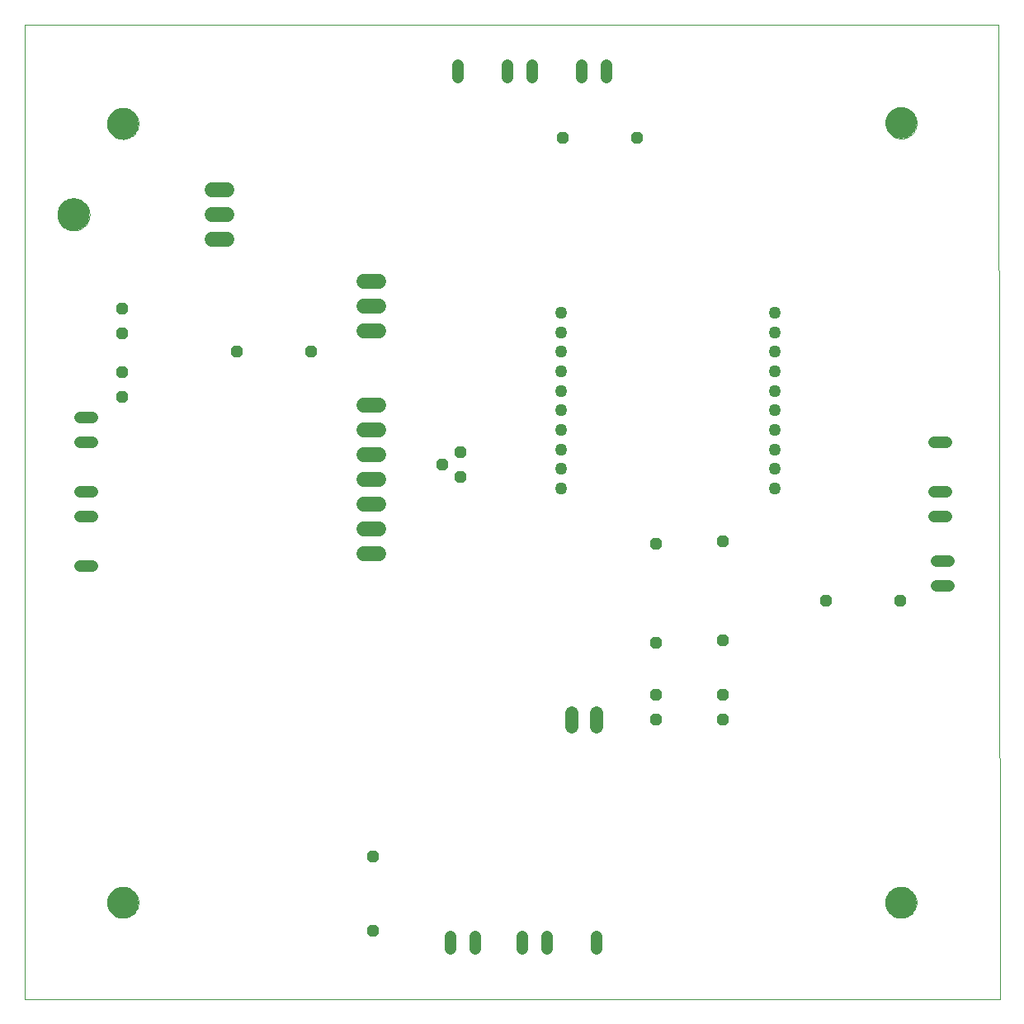
<source format=gbs>
G75*
%MOIN*%
%OFA0B0*%
%FSLAX24Y24*%
%IPPOS*%
%LPD*%
%AMOC8*
5,1,8,0,0,1.08239X$1,22.5*
%
%ADD10C,0.0000*%
%ADD11C,0.1260*%
%ADD12C,0.0480*%
%ADD13C,0.0540*%
%ADD14OC8,0.0480*%
%ADD15C,0.0600*%
%ADD16C,0.0500*%
%ADD17C,0.1300*%
D10*
X000100Y000100D02*
X000100Y039496D01*
X039464Y039496D01*
X039503Y000100D01*
X000100Y000100D01*
X003445Y004029D02*
X003447Y004079D01*
X003453Y004129D01*
X003463Y004178D01*
X003477Y004226D01*
X003494Y004273D01*
X003515Y004318D01*
X003540Y004362D01*
X003568Y004403D01*
X003600Y004442D01*
X003634Y004479D01*
X003671Y004513D01*
X003711Y004543D01*
X003753Y004570D01*
X003797Y004594D01*
X003843Y004615D01*
X003890Y004631D01*
X003938Y004644D01*
X003988Y004653D01*
X004037Y004658D01*
X004088Y004659D01*
X004138Y004656D01*
X004187Y004649D01*
X004236Y004638D01*
X004284Y004623D01*
X004330Y004605D01*
X004375Y004583D01*
X004418Y004557D01*
X004459Y004528D01*
X004498Y004496D01*
X004534Y004461D01*
X004566Y004423D01*
X004596Y004383D01*
X004623Y004340D01*
X004646Y004296D01*
X004665Y004250D01*
X004681Y004202D01*
X004693Y004153D01*
X004701Y004104D01*
X004705Y004054D01*
X004705Y004004D01*
X004701Y003954D01*
X004693Y003905D01*
X004681Y003856D01*
X004665Y003808D01*
X004646Y003762D01*
X004623Y003718D01*
X004596Y003675D01*
X004566Y003635D01*
X004534Y003597D01*
X004498Y003562D01*
X004459Y003530D01*
X004418Y003501D01*
X004375Y003475D01*
X004330Y003453D01*
X004284Y003435D01*
X004236Y003420D01*
X004187Y003409D01*
X004138Y003402D01*
X004088Y003399D01*
X004037Y003400D01*
X003988Y003405D01*
X003938Y003414D01*
X003890Y003427D01*
X003843Y003443D01*
X003797Y003464D01*
X003753Y003488D01*
X003711Y003515D01*
X003671Y003545D01*
X003634Y003579D01*
X003600Y003616D01*
X003568Y003655D01*
X003540Y003696D01*
X003515Y003740D01*
X003494Y003785D01*
X003477Y003832D01*
X003463Y003880D01*
X003453Y003929D01*
X003447Y003979D01*
X003445Y004029D01*
X001435Y031818D02*
X001437Y031868D01*
X001443Y031918D01*
X001453Y031968D01*
X001466Y032016D01*
X001483Y032064D01*
X001504Y032110D01*
X001528Y032154D01*
X001556Y032196D01*
X001587Y032236D01*
X001621Y032273D01*
X001658Y032308D01*
X001697Y032339D01*
X001738Y032368D01*
X001782Y032393D01*
X001828Y032415D01*
X001875Y032433D01*
X001923Y032447D01*
X001972Y032458D01*
X002022Y032465D01*
X002072Y032468D01*
X002123Y032467D01*
X002173Y032462D01*
X002223Y032453D01*
X002271Y032441D01*
X002319Y032424D01*
X002365Y032404D01*
X002410Y032381D01*
X002453Y032354D01*
X002493Y032324D01*
X002531Y032291D01*
X002566Y032255D01*
X002599Y032216D01*
X002628Y032175D01*
X002654Y032132D01*
X002677Y032087D01*
X002696Y032040D01*
X002711Y031992D01*
X002723Y031943D01*
X002731Y031893D01*
X002735Y031843D01*
X002735Y031793D01*
X002731Y031743D01*
X002723Y031693D01*
X002711Y031644D01*
X002696Y031596D01*
X002677Y031549D01*
X002654Y031504D01*
X002628Y031461D01*
X002599Y031420D01*
X002566Y031381D01*
X002531Y031345D01*
X002493Y031312D01*
X002453Y031282D01*
X002410Y031255D01*
X002365Y031232D01*
X002319Y031212D01*
X002271Y031195D01*
X002223Y031183D01*
X002173Y031174D01*
X002123Y031169D01*
X002072Y031168D01*
X002022Y031171D01*
X001972Y031178D01*
X001923Y031189D01*
X001875Y031203D01*
X001828Y031221D01*
X001782Y031243D01*
X001738Y031268D01*
X001697Y031297D01*
X001658Y031328D01*
X001621Y031363D01*
X001587Y031400D01*
X001556Y031440D01*
X001528Y031482D01*
X001504Y031526D01*
X001483Y031572D01*
X001466Y031620D01*
X001453Y031668D01*
X001443Y031718D01*
X001437Y031768D01*
X001435Y031818D01*
X003446Y035494D02*
X003448Y035544D01*
X003454Y035594D01*
X003464Y035643D01*
X003478Y035691D01*
X003495Y035738D01*
X003516Y035783D01*
X003541Y035827D01*
X003569Y035868D01*
X003601Y035907D01*
X003635Y035944D01*
X003672Y035978D01*
X003712Y036008D01*
X003754Y036035D01*
X003798Y036059D01*
X003844Y036080D01*
X003891Y036096D01*
X003939Y036109D01*
X003989Y036118D01*
X004038Y036123D01*
X004089Y036124D01*
X004139Y036121D01*
X004188Y036114D01*
X004237Y036103D01*
X004285Y036088D01*
X004331Y036070D01*
X004376Y036048D01*
X004419Y036022D01*
X004460Y035993D01*
X004499Y035961D01*
X004535Y035926D01*
X004567Y035888D01*
X004597Y035848D01*
X004624Y035805D01*
X004647Y035761D01*
X004666Y035715D01*
X004682Y035667D01*
X004694Y035618D01*
X004702Y035569D01*
X004706Y035519D01*
X004706Y035469D01*
X004702Y035419D01*
X004694Y035370D01*
X004682Y035321D01*
X004666Y035273D01*
X004647Y035227D01*
X004624Y035183D01*
X004597Y035140D01*
X004567Y035100D01*
X004535Y035062D01*
X004499Y035027D01*
X004460Y034995D01*
X004419Y034966D01*
X004376Y034940D01*
X004331Y034918D01*
X004285Y034900D01*
X004237Y034885D01*
X004188Y034874D01*
X004139Y034867D01*
X004089Y034864D01*
X004038Y034865D01*
X003989Y034870D01*
X003939Y034879D01*
X003891Y034892D01*
X003844Y034908D01*
X003798Y034929D01*
X003754Y034953D01*
X003712Y034980D01*
X003672Y035010D01*
X003635Y035044D01*
X003601Y035081D01*
X003569Y035120D01*
X003541Y035161D01*
X003516Y035205D01*
X003495Y035250D01*
X003478Y035297D01*
X003464Y035345D01*
X003454Y035394D01*
X003448Y035444D01*
X003446Y035494D01*
X034883Y035517D02*
X034885Y035567D01*
X034891Y035617D01*
X034901Y035666D01*
X034915Y035714D01*
X034932Y035761D01*
X034953Y035806D01*
X034978Y035850D01*
X035006Y035891D01*
X035038Y035930D01*
X035072Y035967D01*
X035109Y036001D01*
X035149Y036031D01*
X035191Y036058D01*
X035235Y036082D01*
X035281Y036103D01*
X035328Y036119D01*
X035376Y036132D01*
X035426Y036141D01*
X035475Y036146D01*
X035526Y036147D01*
X035576Y036144D01*
X035625Y036137D01*
X035674Y036126D01*
X035722Y036111D01*
X035768Y036093D01*
X035813Y036071D01*
X035856Y036045D01*
X035897Y036016D01*
X035936Y035984D01*
X035972Y035949D01*
X036004Y035911D01*
X036034Y035871D01*
X036061Y035828D01*
X036084Y035784D01*
X036103Y035738D01*
X036119Y035690D01*
X036131Y035641D01*
X036139Y035592D01*
X036143Y035542D01*
X036143Y035492D01*
X036139Y035442D01*
X036131Y035393D01*
X036119Y035344D01*
X036103Y035296D01*
X036084Y035250D01*
X036061Y035206D01*
X036034Y035163D01*
X036004Y035123D01*
X035972Y035085D01*
X035936Y035050D01*
X035897Y035018D01*
X035856Y034989D01*
X035813Y034963D01*
X035768Y034941D01*
X035722Y034923D01*
X035674Y034908D01*
X035625Y034897D01*
X035576Y034890D01*
X035526Y034887D01*
X035475Y034888D01*
X035426Y034893D01*
X035376Y034902D01*
X035328Y034915D01*
X035281Y034931D01*
X035235Y034952D01*
X035191Y034976D01*
X035149Y035003D01*
X035109Y035033D01*
X035072Y035067D01*
X035038Y035104D01*
X035006Y035143D01*
X034978Y035184D01*
X034953Y035228D01*
X034932Y035273D01*
X034915Y035320D01*
X034901Y035368D01*
X034891Y035417D01*
X034885Y035467D01*
X034883Y035517D01*
X034876Y004029D02*
X034878Y004079D01*
X034884Y004129D01*
X034894Y004178D01*
X034908Y004226D01*
X034925Y004273D01*
X034946Y004318D01*
X034971Y004362D01*
X034999Y004403D01*
X035031Y004442D01*
X035065Y004479D01*
X035102Y004513D01*
X035142Y004543D01*
X035184Y004570D01*
X035228Y004594D01*
X035274Y004615D01*
X035321Y004631D01*
X035369Y004644D01*
X035419Y004653D01*
X035468Y004658D01*
X035519Y004659D01*
X035569Y004656D01*
X035618Y004649D01*
X035667Y004638D01*
X035715Y004623D01*
X035761Y004605D01*
X035806Y004583D01*
X035849Y004557D01*
X035890Y004528D01*
X035929Y004496D01*
X035965Y004461D01*
X035997Y004423D01*
X036027Y004383D01*
X036054Y004340D01*
X036077Y004296D01*
X036096Y004250D01*
X036112Y004202D01*
X036124Y004153D01*
X036132Y004104D01*
X036136Y004054D01*
X036136Y004004D01*
X036132Y003954D01*
X036124Y003905D01*
X036112Y003856D01*
X036096Y003808D01*
X036077Y003762D01*
X036054Y003718D01*
X036027Y003675D01*
X035997Y003635D01*
X035965Y003597D01*
X035929Y003562D01*
X035890Y003530D01*
X035849Y003501D01*
X035806Y003475D01*
X035761Y003453D01*
X035715Y003435D01*
X035667Y003420D01*
X035618Y003409D01*
X035569Y003402D01*
X035519Y003399D01*
X035468Y003400D01*
X035419Y003405D01*
X035369Y003414D01*
X035321Y003427D01*
X035274Y003443D01*
X035228Y003464D01*
X035184Y003488D01*
X035142Y003515D01*
X035102Y003545D01*
X035065Y003579D01*
X035031Y003616D01*
X034999Y003655D01*
X034971Y003696D01*
X034946Y003740D01*
X034925Y003785D01*
X034908Y003832D01*
X034894Y003880D01*
X034884Y003929D01*
X034878Y003979D01*
X034876Y004029D01*
D11*
X035506Y004029D03*
X004075Y004029D03*
X004076Y035494D03*
X035513Y035517D03*
D12*
X023600Y037360D02*
X023600Y037840D01*
X022600Y037840D02*
X022600Y037360D01*
X020600Y037360D02*
X020600Y037840D01*
X019600Y037840D02*
X019600Y037360D01*
X017600Y037360D02*
X017600Y037840D01*
X002840Y023600D02*
X002360Y023600D01*
X002360Y022600D02*
X002840Y022600D01*
X002840Y020600D02*
X002360Y020600D01*
X002360Y019600D02*
X002840Y019600D01*
X002840Y017600D02*
X002360Y017600D01*
X017300Y002640D02*
X017300Y002160D01*
X018300Y002160D02*
X018300Y002640D01*
X020200Y002640D02*
X020200Y002160D01*
X021200Y002160D02*
X021200Y002640D01*
X023200Y002640D02*
X023200Y002160D01*
X036960Y016800D02*
X037440Y016800D01*
X037440Y017800D02*
X036960Y017800D01*
X036860Y019600D02*
X037340Y019600D01*
X037340Y020600D02*
X036860Y020600D01*
X036860Y022600D02*
X037340Y022600D01*
D13*
X023200Y011670D02*
X023200Y011130D01*
X022200Y011130D02*
X022200Y011670D01*
D14*
X025600Y011400D03*
X025600Y012400D03*
X025600Y014500D03*
X028300Y014600D03*
X028300Y012400D03*
X028300Y011400D03*
X032493Y016230D03*
X035493Y016230D03*
X028300Y018600D03*
X025600Y018500D03*
X017730Y021220D03*
X016980Y021720D03*
X017730Y022220D03*
X011698Y026295D03*
X008698Y026295D03*
X004033Y027031D03*
X004033Y028031D03*
X004033Y025464D03*
X004033Y024464D03*
X021853Y034919D03*
X024853Y034919D03*
X014171Y005872D03*
X014171Y002872D03*
D15*
X014400Y018100D02*
X013800Y018100D01*
X013800Y019100D02*
X014400Y019100D01*
X014400Y020100D02*
X013800Y020100D01*
X013800Y021100D02*
X014400Y021100D01*
X014400Y022100D02*
X013800Y022100D01*
X013800Y023100D02*
X014400Y023100D01*
X014400Y024100D02*
X013800Y024100D01*
X013800Y027100D02*
X014400Y027100D01*
X014400Y028100D02*
X013800Y028100D01*
X013800Y029100D02*
X014400Y029100D01*
X008285Y030818D02*
X007685Y030818D01*
X007685Y031818D02*
X008285Y031818D01*
X008285Y032818D02*
X007685Y032818D01*
D16*
X021769Y027843D03*
X021769Y027056D03*
X021769Y026269D03*
X021769Y025481D03*
X021769Y024694D03*
X021769Y023906D03*
X021769Y023119D03*
X021769Y022331D03*
X021769Y021544D03*
X021769Y020757D03*
X030431Y020757D03*
X030431Y021544D03*
X030431Y022331D03*
X030431Y023119D03*
X030431Y023906D03*
X030431Y024694D03*
X030431Y025481D03*
X030431Y026269D03*
X030431Y027056D03*
X030431Y027843D03*
D17*
X002085Y031818D03*
M02*

</source>
